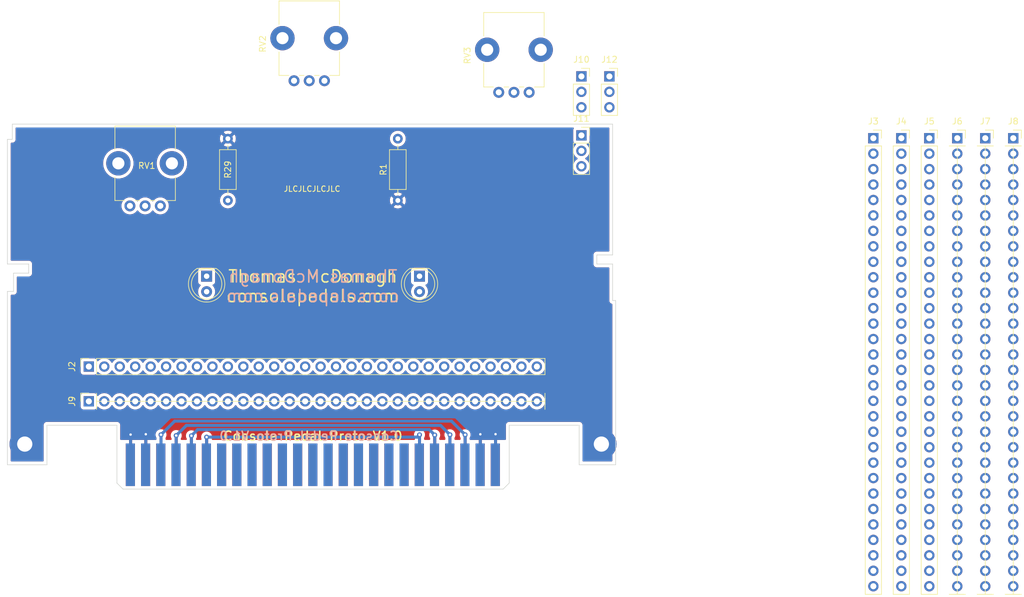
<source format=kicad_pcb>
(kicad_pcb (version 20171130) (host pcbnew "(5.1.7)-1")
  (layers (0 F.Cu signal) (31 B.Cu signal) (34 B.Paste user) (35 F.Paste user) (36 B.SilkS user) (37 F.SilkS user) (38 B.Mask user) (39 F.Mask user) (44 Edge.Cuts user))
  (net 0 "")
  (net 1 GND)
  (net 2 /LEDPower)
  (net 3 /Input)
  (net 4 /Output)
  (net 5 +9V)
  (net 6 "Net-(D3-Pad1)")
  (net 7 "Net-(J6-Pad1)")
  (net 8 "Net-(J7-Pad1)")
  (net 9 "Net-(J8-Pad1)")
  (net 10 "Net-(J9-Pad1)")
  (net 11 "Net-(D4-Pad1)")
  (net 12 "Net-(J10-Pad1)")
  (net 13 "Net-(J10-Pad2)")
  (net 14 "Net-(J10-Pad3)")
  (net 15 "Net-(J11-Pad3)")
  (net 16 "Net-(J11-Pad2)")
  (net 17 "Net-(J11-Pad1)")
  (net 18 "Net-(J12-Pad1)")
  (net 19 "Net-(J12-Pad2)")
  (net 20 "Net-(J12-Pad3)")
  (module LED_THT:LED_D5.0mm (layer F.Cu) (at 115.25 95 270)
    (fp_text reference D3 hide)
    (fp_text value LED)
    (pad 1 thru_hole rect (at 0 0 270) (size 1.8 1.8) (drill 0.9) (layers *.Cu *.Mask) (net 6 "Net-(D3-Pad1)"))
    (pad 2 thru_hole circle (at 2.54 0 270) (size 1.8 1.8) (drill 0.9) (layers *.Cu *.Mask) (net 2 /LEDPower))
  )
  (module LED_THT:LED_D5.0mm (layer F.Cu) (at 150.25 95 270)
    (fp_text reference D4 hide)
    (fp_text value LED)
    (pad 2 thru_hole circle (at 2.54 0 270) (size 1.8 1.8) (drill 0.9) (layers *.Cu *.Mask) (net 2 /LEDPower))
    (pad 1 thru_hole rect (at 0 0 270) (size 1.8 1.8) (drill 0.9) (layers *.Cu *.Mask) (net 11 "Net-(D4-Pad1)"))
  )
  (module libraries:N64-Connector (layer F.Cu) (at 132.715 126)
    (fp_text reference J1 hide)
    (fp_text value Conn_02x25_Counter_Clockwise)
    (pad 1 connect rect (at -30 0) (size 1.5 7) (layers F.Cu F.Mask) (net 1 GND))
    (pad 2 connect rect (at -27.5 0) (size 1.5 7) (layers F.Cu F.Mask) (net 1 GND))
    (pad 3 connect rect (at -25 0) (size 1.5 7) (layers F.Cu F.Mask) (net 3 /Input))
    (pad 4 connect rect (at -22.5 0) (size 1.5 7) (layers F.Cu F.Mask) (net 4 /Output))
    (pad 5 connect rect (at -20 0) (size 1.5 7) (layers F.Cu F.Mask) (net 5 +9V))
    (pad 6 connect rect (at -17.5 0) (size 1.5 7) (layers F.Cu F.Mask) (net 2 /LEDPower))
    (pad 7 connect rect (at -15 0) (size 1.5 7) (layers F.Cu F.Mask))
    (pad 8 connect rect (at -12.5 0) (size 1.5 7) (layers F.Cu F.Mask))
    (pad 9 connect rect (at -10 0) (size 1.5 7) (layers F.Cu F.Mask))
    (pad 10 connect rect (at -7.5 0) (size 1.5 7) (layers F.Cu F.Mask))
    (pad 11 connect rect (at -5 0) (size 1.5 7) (layers F.Cu F.Mask))
    (pad 12 connect rect (at -2.5 0) (size 1.5 7) (layers F.Cu F.Mask))
    (pad 13 connect rect (at 0 0) (size 1.5 7) (layers F.Cu F.Mask))
    (pad 14 connect rect (at 2.5 0) (size 1.5 7) (layers F.Cu F.Mask))
    (pad 15 connect rect (at 5 0) (size 1.5 7) (layers F.Cu F.Mask))
    (pad 16 connect rect (at 7.5 0) (size 1.5 7) (layers F.Cu F.Mask))
    (pad 17 connect rect (at 10 0) (size 1.5 7) (layers F.Cu F.Mask))
    (pad 18 connect rect (at 12.5 0) (size 1.5 7) (layers F.Cu F.Mask))
    (pad 19 connect rect (at 15 0) (size 1.5 7) (layers F.Cu F.Mask))
    (pad 20 connect rect (at 17.5 0) (size 1.5 7) (layers F.Cu F.Mask) (net 2 /LEDPower))
    (pad 21 connect rect (at 20 0) (size 1.5 7) (layers F.Cu F.Mask) (net 5 +9V))
    (pad 22 connect rect (at 22.5 0) (size 1.5 7) (layers F.Cu F.Mask) (net 4 /Output))
    (pad 23 connect rect (at 25 0) (size 1.5 7) (layers F.Cu F.Mask) (net 3 /Input))
    (pad 24 connect rect (at 27.5 0) (size 1.5 7) (layers F.Cu F.Mask) (net 1 GND))
    (pad 25 connect rect (at 30 0) (size 1.5 7) (layers F.Cu F.Mask) (net 1 GND))
    (pad 26 connect rect (at -30 0) (size 1.5 7) (layers B.Cu B.Mask) (net 1 GND))
    (pad 27 connect rect (at -27.5 0) (size 1.5 7) (layers B.Cu B.Mask) (net 1 GND))
    (pad 28 connect rect (at -25 0) (size 1.5 7) (layers B.Cu B.Mask) (net 3 /Input))
    (pad 29 connect rect (at -22.5 0) (size 1.5 7) (layers B.Cu B.Mask) (net 4 /Output))
    (pad 30 connect rect (at -20 0) (size 1.5 7) (layers B.Cu B.Mask) (net 5 +9V))
    (pad 31 connect rect (at -17.5 0) (size 1.5 7) (layers B.Cu B.Mask) (net 2 /LEDPower))
    (pad 32 connect rect (at -15 0) (size 1.5 7) (layers B.Cu B.Mask))
    (pad 33 connect rect (at -12.5 0) (size 1.5 7) (layers B.Cu B.Mask))
    (pad 34 connect rect (at -10 0) (size 1.5 7) (layers B.Cu B.Mask))
    (pad 35 connect rect (at -7.5 0) (size 1.5 7) (layers B.Cu B.Mask))
    (pad 36 connect rect (at -5 0) (size 1.5 7) (layers B.Cu B.Mask))
    (pad 37 connect rect (at -2.5 0) (size 1.5 7) (layers B.Cu B.Mask))
    (pad 38 connect rect (at 0 0) (size 1.5 7) (layers B.Cu B.Mask))
    (pad 39 connect rect (at 2.5 0) (size 1.5 7) (layers B.Cu B.Mask))
    (pad 40 connect rect (at 5 0) (size 1.5 7) (layers B.Cu B.Mask))
    (pad 41 connect rect (at 7.5 0) (size 1.5 7) (layers B.Cu B.Mask))
    (pad 42 connect rect (at 10 0) (size 1.5 7) (layers B.Cu B.Mask))
    (pad 43 connect rect (at 12.5 0) (size 1.5 7) (layers B.Cu B.Mask))
    (pad 44 connect rect (at 15 0) (size 1.5 7) (layers B.Cu B.Mask))
    (pad 45 connect rect (at 17.5 0) (size 1.5 7) (layers B.Cu B.Mask) (net 2 /LEDPower))
    (pad 46 connect rect (at 20 0) (size 1.5 7) (layers B.Cu B.Mask) (net 5 +9V))
    (pad 47 connect rect (at 22.5 0) (size 1.5 7) (layers B.Cu B.Mask) (net 4 /Output))
    (pad 48 connect rect (at 25 0) (size 1.5 7) (layers B.Cu B.Mask) (net 3 /Input))
    (pad 49 connect rect (at 27.5 0) (size 1.5 7) (layers B.Cu B.Mask) (net 1 GND))
    (pad 50 connect rect (at 30 0) (size 1.5 7) (layers B.Cu B.Mask) (net 1 GND))
  )
  (module MountingHole:MountingHole_2.5mm_Pad (layer F.Cu) (at 85.35 122.6)
    (fp_text reference H1 hide)
    (fp_text value MountingHole_Pad)
    (pad 1 thru_hole circle (at 0 0) (size 5 5) (drill 2.5) (layers *.Cu *.Mask) (net 1 GND))
  )
  (module MountingHole:MountingHole_2.5mm_Pad (layer F.Cu) (at 180.15 122.6)
    (fp_text reference H2 hide)
    (fp_text value MountingHole_Pad)
    (pad 1 thru_hole circle (at 0 0) (size 5 5) (drill 2.5) (layers *.Cu *.Mask) (net 1 GND))
  )
  (module Resistor_THT:R_Axial_DIN0207_L6.3mm_D2.5mm_P10.16mm_Horizontal (layer F.Cu) (at 118.745 72.39 270)
    (fp_text reference R29 (at 5.08 0 90) (layer F.SilkS))
    (fp_text value LED)
    (pad 1 thru_hole circle (at 0 0 270) (size 1.6 1.6) (drill 0.8) (layers *.Cu *.Mask) (net 1 GND))
    (pad 2 thru_hole oval (at 10.16 0 270) (size 1.6 1.6) (drill 0.8) (layers *.Cu *.Mask) (net 11 "Net-(D4-Pad1)"))
  )
  (module Potentiometer_THT:Potentiometer_Bourns_PTV09A-1_Single_Vertical (layer F.Cu) (at 107.639 83.439 90)
    (fp_text reference RV1 (at 6.604 -2.229 180) (layer F.SilkS))
    (fp_text value "Pot A")
    (pad 3 thru_hole circle (at 0 -5 90) (size 1.8 1.8) (drill 1) (layers *.Cu *.Mask) (net 14 "Net-(J10-Pad3)"))
    (pad 2 thru_hole circle (at 0 -2.5 90) (size 1.8 1.8) (drill 1) (layers *.Cu *.Mask) (net 13 "Net-(J10-Pad2)"))
    (pad 1 thru_hole circle (at 0 0 90) (size 1.8 1.8) (drill 1) (layers *.Cu *.Mask) (net 12 "Net-(J10-Pad1)"))
    (pad "" np_thru_hole circle (at 7 -6.9 90) (size 4 4) (drill 2) (layers *.Cu *.Mask))
    (pad "" np_thru_hole circle (at 7 1.9 90) (size 4 4) (drill 2) (layers *.Cu *.Mask))
  )
  (module Connector_PinSocket_2.54mm:PinSocket_1x30_P2.54mm_Vertical (layer F.Cu) (at 95.885 109.855 90)
    (fp_text reference J2 (at 0 -2.77 90) (layer F.SilkS))
    (fp_text value Proto)
    (pad 1 thru_hole rect (at 0 0 90) (size 1.7 1.7) (drill 1) (layers *.Cu *.Mask))
    (pad 2 thru_hole oval (at 0 2.54 90) (size 1.7 1.7) (drill 1) (layers *.Cu *.Mask))
    (pad 3 thru_hole oval (at 0 5.08 90) (size 1.7 1.7) (drill 1) (layers *.Cu *.Mask))
    (pad 4 thru_hole oval (at 0 7.62 90) (size 1.7 1.7) (drill 1) (layers *.Cu *.Mask))
    (pad 5 thru_hole oval (at 0 10.16 90) (size 1.7 1.7) (drill 1) (layers *.Cu *.Mask))
    (pad 6 thru_hole oval (at 0 12.7 90) (size 1.7 1.7) (drill 1) (layers *.Cu *.Mask))
    (pad 7 thru_hole oval (at 0 15.24 90) (size 1.7 1.7) (drill 1) (layers *.Cu *.Mask))
    (pad 8 thru_hole oval (at 0 17.78 90) (size 1.7 1.7) (drill 1) (layers *.Cu *.Mask))
    (pad 9 thru_hole oval (at 0 20.32 90) (size 1.7 1.7) (drill 1) (layers *.Cu *.Mask))
    (pad 10 thru_hole oval (at 0 22.86 90) (size 1.7 1.7) (drill 1) (layers *.Cu *.Mask))
    (pad 11 thru_hole oval (at 0 25.4 90) (size 1.7 1.7) (drill 1) (layers *.Cu *.Mask))
    (pad 12 thru_hole oval (at 0 27.94 90) (size 1.7 1.7) (drill 1) (layers *.Cu *.Mask))
    (pad 13 thru_hole oval (at 0 30.48 90) (size 1.7 1.7) (drill 1) (layers *.Cu *.Mask))
    (pad 14 thru_hole oval (at 0 33.02 90) (size 1.7 1.7) (drill 1) (layers *.Cu *.Mask))
    (pad 15 thru_hole oval (at 0 35.56 90) (size 1.7 1.7) (drill 1) (layers *.Cu *.Mask))
    (pad 16 thru_hole oval (at 0 38.1 90) (size 1.7 1.7) (drill 1) (layers *.Cu *.Mask))
    (pad 17 thru_hole oval (at 0 40.64 90) (size 1.7 1.7) (drill 1) (layers *.Cu *.Mask))
    (pad 18 thru_hole oval (at 0 43.18 90) (size 1.7 1.7) (drill 1) (layers *.Cu *.Mask))
    (pad 19 thru_hole oval (at 0 45.72 90) (size 1.7 1.7) (drill 1) (layers *.Cu *.Mask))
    (pad 20 thru_hole oval (at 0 48.26 90) (size 1.7 1.7) (drill 1) (layers *.Cu *.Mask))
    (pad 21 thru_hole oval (at 0 50.8 90) (size 1.7 1.7) (drill 1) (layers *.Cu *.Mask))
    (pad 22 thru_hole oval (at 0 53.34 90) (size 1.7 1.7) (drill 1) (layers *.Cu *.Mask))
    (pad 23 thru_hole oval (at 0 55.88 90) (size 1.7 1.7) (drill 1) (layers *.Cu *.Mask))
    (pad 24 thru_hole oval (at 0 58.42 90) (size 1.7 1.7) (drill 1) (layers *.Cu *.Mask))
    (pad 25 thru_hole oval (at 0 60.96 90) (size 1.7 1.7) (drill 1) (layers *.Cu *.Mask))
    (pad 26 thru_hole oval (at 0 63.5 90) (size 1.7 1.7) (drill 1) (layers *.Cu *.Mask))
    (pad 27 thru_hole oval (at 0 66.04 90) (size 1.7 1.7) (drill 1) (layers *.Cu *.Mask))
    (pad 28 thru_hole oval (at 0 68.58 90) (size 1.7 1.7) (drill 1) (layers *.Cu *.Mask))
    (pad 29 thru_hole oval (at 0 71.12 90) (size 1.7 1.7) (drill 1) (layers *.Cu *.Mask))
    (pad 30 thru_hole oval (at 0 73.66 90) (size 1.7 1.7) (drill 1) (layers *.Cu *.Mask))
  )
  (module Connector_PinSocket_2.54mm:PinSocket_1x30_P2.54mm_Vertical (layer F.Cu) (at 224.865001 72.310001)
    (fp_text reference J3 (at 0 -2.77) (layer F.SilkS))
    (fp_text value Proto)
    (pad 30 thru_hole oval (at 0 73.66) (size 1.7 1.7) (drill 1) (layers *.Cu *.Mask))
    (pad 29 thru_hole oval (at 0 71.12) (size 1.7 1.7) (drill 1) (layers *.Cu *.Mask))
    (pad 28 thru_hole oval (at 0 68.58) (size 1.7 1.7) (drill 1) (layers *.Cu *.Mask))
    (pad 27 thru_hole oval (at 0 66.04) (size 1.7 1.7) (drill 1) (layers *.Cu *.Mask))
    (pad 26 thru_hole oval (at 0 63.5) (size 1.7 1.7) (drill 1) (layers *.Cu *.Mask))
    (pad 25 thru_hole oval (at 0 60.96) (size 1.7 1.7) (drill 1) (layers *.Cu *.Mask))
    (pad 24 thru_hole oval (at 0 58.42) (size 1.7 1.7) (drill 1) (layers *.Cu *.Mask))
    (pad 23 thru_hole oval (at 0 55.88) (size 1.7 1.7) (drill 1) (layers *.Cu *.Mask))
    (pad 22 thru_hole oval (at 0 53.34) (size 1.7 1.7) (drill 1) (layers *.Cu *.Mask))
    (pad 21 thru_hole oval (at 0 50.8) (size 1.7 1.7) (drill 1) (layers *.Cu *.Mask))
    (pad 20 thru_hole oval (at 0 48.26) (size 1.7 1.7) (drill 1) (layers *.Cu *.Mask))
    (pad 19 thru_hole oval (at 0 45.72) (size 1.7 1.7) (drill 1) (layers *.Cu *.Mask))
    (pad 18 thru_hole oval (at 0 43.18) (size 1.7 1.7) (drill 1) (layers *.Cu *.Mask))
    (pad 17 thru_hole oval (at 0 40.64) (size 1.7 1.7) (drill 1) (layers *.Cu *.Mask))
    (pad 16 thru_hole oval (at 0 38.1) (size 1.7 1.7) (drill 1) (layers *.Cu *.Mask))
    (pad 15 thru_hole oval (at 0 35.56) (size 1.7 1.7) (drill 1) (layers *.Cu *.Mask))
    (pad 14 thru_hole oval (at 0 33.02) (size 1.7 1.7) (drill 1) (layers *.Cu *.Mask))
    (pad 13 thru_hole oval (at 0 30.48) (size 1.7 1.7) (drill 1) (layers *.Cu *.Mask))
    (pad 12 thru_hole oval (at 0 27.94) (size 1.7 1.7) (drill 1) (layers *.Cu *.Mask))
    (pad 11 thru_hole oval (at 0 25.4) (size 1.7 1.7) (drill 1) (layers *.Cu *.Mask))
    (pad 10 thru_hole oval (at 0 22.86) (size 1.7 1.7) (drill 1) (layers *.Cu *.Mask))
    (pad 9 thru_hole oval (at 0 20.32) (size 1.7 1.7) (drill 1) (layers *.Cu *.Mask))
    (pad 8 thru_hole oval (at 0 17.78) (size 1.7 1.7) (drill 1) (layers *.Cu *.Mask))
    (pad 7 thru_hole oval (at 0 15.24) (size 1.7 1.7) (drill 1) (layers *.Cu *.Mask))
    (pad 6 thru_hole oval (at 0 12.7) (size 1.7 1.7) (drill 1) (layers *.Cu *.Mask))
    (pad 5 thru_hole oval (at 0 10.16) (size 1.7 1.7) (drill 1) (layers *.Cu *.Mask))
    (pad 4 thru_hole oval (at 0 7.62) (size 1.7 1.7) (drill 1) (layers *.Cu *.Mask))
    (pad 3 thru_hole oval (at 0 5.08) (size 1.7 1.7) (drill 1) (layers *.Cu *.Mask))
    (pad 2 thru_hole oval (at 0 2.54) (size 1.7 1.7) (drill 1) (layers *.Cu *.Mask))
    (pad 1 thru_hole rect (at 0 0) (size 1.7 1.7) (drill 1) (layers *.Cu *.Mask))
  )
  (module Connector_PinSocket_2.54mm:PinSocket_1x30_P2.54mm_Vertical (layer F.Cu) (at 229.465001 72.310001)
    (fp_text reference J4 (at 0 -2.77) (layer F.SilkS))
    (fp_text value Proto)
    (pad 1 thru_hole rect (at 0 0) (size 1.7 1.7) (drill 1) (layers *.Cu *.Mask))
    (pad 2 thru_hole oval (at 0 2.54) (size 1.7 1.7) (drill 1) (layers *.Cu *.Mask))
    (pad 3 thru_hole oval (at 0 5.08) (size 1.7 1.7) (drill 1) (layers *.Cu *.Mask))
    (pad 4 thru_hole oval (at 0 7.62) (size 1.7 1.7) (drill 1) (layers *.Cu *.Mask))
    (pad 5 thru_hole oval (at 0 10.16) (size 1.7 1.7) (drill 1) (layers *.Cu *.Mask))
    (pad 6 thru_hole oval (at 0 12.7) (size 1.7 1.7) (drill 1) (layers *.Cu *.Mask))
    (pad 7 thru_hole oval (at 0 15.24) (size 1.7 1.7) (drill 1) (layers *.Cu *.Mask))
    (pad 8 thru_hole oval (at 0 17.78) (size 1.7 1.7) (drill 1) (layers *.Cu *.Mask))
    (pad 9 thru_hole oval (at 0 20.32) (size 1.7 1.7) (drill 1) (layers *.Cu *.Mask))
    (pad 10 thru_hole oval (at 0 22.86) (size 1.7 1.7) (drill 1) (layers *.Cu *.Mask))
    (pad 11 thru_hole oval (at 0 25.4) (size 1.7 1.7) (drill 1) (layers *.Cu *.Mask))
    (pad 12 thru_hole oval (at 0 27.94) (size 1.7 1.7) (drill 1) (layers *.Cu *.Mask))
    (pad 13 thru_hole oval (at 0 30.48) (size 1.7 1.7) (drill 1) (layers *.Cu *.Mask))
    (pad 14 thru_hole oval (at 0 33.02) (size 1.7 1.7) (drill 1) (layers *.Cu *.Mask))
    (pad 15 thru_hole oval (at 0 35.56) (size 1.7 1.7) (drill 1) (layers *.Cu *.Mask))
    (pad 16 thru_hole oval (at 0 38.1) (size 1.7 1.7) (drill 1) (layers *.Cu *.Mask))
    (pad 17 thru_hole oval (at 0 40.64) (size 1.7 1.7) (drill 1) (layers *.Cu *.Mask))
    (pad 18 thru_hole oval (at 0 43.18) (size 1.7 1.7) (drill 1) (layers *.Cu *.Mask))
    (pad 19 thru_hole oval (at 0 45.72) (size 1.7 1.7) (drill 1) (layers *.Cu *.Mask))
    (pad 20 thru_hole oval (at 0 48.26) (size 1.7 1.7) (drill 1) (layers *.Cu *.Mask))
    (pad 21 thru_hole oval (at 0 50.8) (size 1.7 1.7) (drill 1) (layers *.Cu *.Mask))
    (pad 22 thru_hole oval (at 0 53.34) (size 1.7 1.7) (drill 1) (layers *.Cu *.Mask))
    (pad 23 thru_hole oval (at 0 55.88) (size 1.7 1.7) (drill 1) (layers *.Cu *.Mask))
    (pad 24 thru_hole oval (at 0 58.42) (size 1.7 1.7) (drill 1) (layers *.Cu *.Mask))
    (pad 25 thru_hole oval (at 0 60.96) (size 1.7 1.7) (drill 1) (layers *.Cu *.Mask))
    (pad 26 thru_hole oval (at 0 63.5) (size 1.7 1.7) (drill 1) (layers *.Cu *.Mask))
    (pad 27 thru_hole oval (at 0 66.04) (size 1.7 1.7) (drill 1) (layers *.Cu *.Mask))
    (pad 28 thru_hole oval (at 0 68.58) (size 1.7 1.7) (drill 1) (layers *.Cu *.Mask))
    (pad 29 thru_hole oval (at 0 71.12) (size 1.7 1.7) (drill 1) (layers *.Cu *.Mask))
    (pad 30 thru_hole oval (at 0 73.66) (size 1.7 1.7) (drill 1) (layers *.Cu *.Mask))
  )
  (module Connector_PinSocket_2.54mm:PinSocket_1x30_P2.54mm_Vertical (layer F.Cu) (at 234.065001 72.310001)
    (fp_text reference J5 (at 0 -2.77) (layer F.SilkS))
    (fp_text value Proto)
    (pad 30 thru_hole oval (at 0 73.66) (size 1.7 1.7) (drill 1) (layers *.Cu *.Mask))
    (pad 29 thru_hole oval (at 0 71.12) (size 1.7 1.7) (drill 1) (layers *.Cu *.Mask))
    (pad 28 thru_hole oval (at 0 68.58) (size 1.7 1.7) (drill 1) (layers *.Cu *.Mask))
    (pad 27 thru_hole oval (at 0 66.04) (size 1.7 1.7) (drill 1) (layers *.Cu *.Mask))
    (pad 26 thru_hole oval (at 0 63.5) (size 1.7 1.7) (drill 1) (layers *.Cu *.Mask))
    (pad 25 thru_hole oval (at 0 60.96) (size 1.7 1.7) (drill 1) (layers *.Cu *.Mask))
    (pad 24 thru_hole oval (at 0 58.42) (size 1.7 1.7) (drill 1) (layers *.Cu *.Mask))
    (pad 23 thru_hole oval (at 0 55.88) (size 1.7 1.7) (drill 1) (layers *.Cu *.Mask))
    (pad 22 thru_hole oval (at 0 53.34) (size 1.7 1.7) (drill 1) (layers *.Cu *.Mask))
    (pad 21 thru_hole oval (at 0 50.8) (size 1.7 1.7) (drill 1) (layers *.Cu *.Mask))
    (pad 20 thru_hole oval (at 0 48.26) (size 1.7 1.7) (drill 1) (layers *.Cu *.Mask))
    (pad 19 thru_hole oval (at 0 45.72) (size 1.7 1.7) (drill 1) (layers *.Cu *.Mask))
    (pad 18 thru_hole oval (at 0 43.18) (size 1.7 1.7) (drill 1) (layers *.Cu *.Mask))
    (pad 17 thru_hole oval (at 0 40.64) (size 1.7 1.7) (drill 1) (layers *.Cu *.Mask))
    (pad 16 thru_hole oval (at 0 38.1) (size 1.7 1.7) (drill 1) (layers *.Cu *.Mask))
    (pad 15 thru_hole oval (at 0 35.56) (size 1.7 1.7) (drill 1) (layers *.Cu *.Mask))
    (pad 14 thru_hole oval (at 0 33.02) (size 1.7 1.7) (drill 1) (layers *.Cu *.Mask))
    (pad 13 thru_hole oval (at 0 30.48) (size 1.7 1.7) (drill 1) (layers *.Cu *.Mask))
    (pad 12 thru_hole oval (at 0 27.94) (size 1.7 1.7) (drill 1) (layers *.Cu *.Mask))
    (pad 11 thru_hole oval (at 0 25.4) (size 1.7 1.7) (drill 1) (layers *.Cu *.Mask))
    (pad 10 thru_hole oval (at 0 22.86) (size 1.7 1.7) (drill 1) (layers *.Cu *.Mask))
    (pad 9 thru_hole oval (at 0 20.32) (size 1.7 1.7) (drill 1) (layers *.Cu *.Mask))
    (pad 8 thru_hole oval (at 0 17.78) (size 1.7 1.7) (drill 1) (layers *.Cu *.Mask))
    (pad 7 thru_hole oval (at 0 15.24) (size 1.7 1.7) (drill 1) (layers *.Cu *.Mask))
    (pad 6 thru_hole oval (at 0 12.7) (size 1.7 1.7) (drill 1) (layers *.Cu *.Mask))
    (pad 5 thru_hole oval (at 0 10.16) (size 1.7 1.7) (drill 1) (layers *.Cu *.Mask))
    (pad 4 thru_hole oval (at 0 7.62) (size 1.7 1.7) (drill 1) (layers *.Cu *.Mask))
    (pad 3 thru_hole oval (at 0 5.08) (size 1.7 1.7) (drill 1) (layers *.Cu *.Mask))
    (pad 2 thru_hole oval (at 0 2.54) (size 1.7 1.7) (drill 1) (layers *.Cu *.Mask))
    (pad 1 thru_hole rect (at 0 0) (size 1.7 1.7) (drill 1) (layers *.Cu *.Mask))
  )
  (module Resistor_THT:R_Axial_DIN0207_L6.3mm_D2.5mm_P10.16mm_Horizontal (layer F.Cu) (at 146.685 82.55 90)
    (fp_text reference R1 (at 5.08 -2.37 90) (layer F.SilkS))
    (fp_text value LED)
    (pad 1 thru_hole circle (at 0 0 90) (size 1.6 1.6) (drill 0.8) (layers *.Cu *.Mask) (net 1 GND))
    (pad 2 thru_hole oval (at 10.16 0 90) (size 1.6 1.6) (drill 0.8) (layers *.Cu *.Mask) (net 6 "Net-(D3-Pad1)"))
  )
  (module Connector_PinSocket_2.54mm:PinSocket_1x03_P2.54mm_Vertical (layer F.Cu) (at 176.870001 62.150001)
    (fp_text reference J10 (at 0 -2.77) (layer F.SilkS))
    (fp_text value "Conn A")
    (pad 1 thru_hole rect (at 0 0) (size 1.7 1.7) (drill 1) (layers *.Cu *.Mask) (net 12 "Net-(J10-Pad1)"))
    (pad 2 thru_hole oval (at 0 2.54) (size 1.7 1.7) (drill 1) (layers *.Cu *.Mask) (net 13 "Net-(J10-Pad2)"))
    (pad 3 thru_hole oval (at 0 5.08) (size 1.7 1.7) (drill 1) (layers *.Cu *.Mask) (net 14 "Net-(J10-Pad3)"))
  )
  (module Connector_PinSocket_2.54mm:PinSocket_1x03_P2.54mm_Vertical (layer F.Cu) (at 176.870001 71.850001)
    (fp_text reference J11 (at 0 -2.77) (layer F.SilkS))
    (fp_text value "Conn B")
    (pad 3 thru_hole oval (at 0 5.08) (size 1.7 1.7) (drill 1) (layers *.Cu *.Mask) (net 15 "Net-(J11-Pad3)"))
    (pad 2 thru_hole oval (at 0 2.54) (size 1.7 1.7) (drill 1) (layers *.Cu *.Mask) (net 16 "Net-(J11-Pad2)"))
    (pad 1 thru_hole rect (at 0 0) (size 1.7 1.7) (drill 1) (layers *.Cu *.Mask) (net 17 "Net-(J11-Pad1)"))
  )
  (module Connector_PinSocket_2.54mm:PinSocket_1x03_P2.54mm_Vertical (layer F.Cu) (at 181.470001 62.150001)
    (fp_text reference J12 (at 0 -2.77) (layer F.SilkS))
    (fp_text value "Conn C")
    (pad 1 thru_hole rect (at 0 0) (size 1.7 1.7) (drill 1) (layers *.Cu *.Mask) (net 18 "Net-(J12-Pad1)"))
    (pad 2 thru_hole oval (at 0 2.54) (size 1.7 1.7) (drill 1) (layers *.Cu *.Mask) (net 19 "Net-(J12-Pad2)"))
    (pad 3 thru_hole oval (at 0 5.08) (size 1.7 1.7) (drill 1) (layers *.Cu *.Mask) (net 20 "Net-(J12-Pad3)"))
  )
  (module Potentiometer_THT:Potentiometer_Bourns_PTV09A-1_Single_Vertical (layer F.Cu) (at 134.62 62.865 90)
    (fp_text reference RV2 (at 6.05 -10.15 90) (layer F.SilkS))
    (fp_text value "Pot B")
    (pad "" np_thru_hole circle (at 7 1.9 90) (size 4 4) (drill 2) (layers *.Cu *.Mask))
    (pad "" np_thru_hole circle (at 7 -6.9 90) (size 4 4) (drill 2) (layers *.Cu *.Mask))
    (pad 1 thru_hole circle (at 0 0 90) (size 1.8 1.8) (drill 1) (layers *.Cu *.Mask) (net 17 "Net-(J11-Pad1)"))
    (pad 2 thru_hole circle (at 0 -2.5 90) (size 1.8 1.8) (drill 1) (layers *.Cu *.Mask) (net 16 "Net-(J11-Pad2)"))
    (pad 3 thru_hole circle (at 0 -5 90) (size 1.8 1.8) (drill 1) (layers *.Cu *.Mask) (net 15 "Net-(J11-Pad3)"))
  )
  (module Potentiometer_THT:Potentiometer_Bourns_PTV09A-1_Single_Vertical (layer F.Cu) (at 168.275 64.77 90)
    (fp_text reference RV3 (at 6.05 -10.15 90) (layer F.SilkS))
    (fp_text value "Pot C")
    (pad 3 thru_hole circle (at 0 -5 90) (size 1.8 1.8) (drill 1) (layers *.Cu *.Mask) (net 20 "Net-(J12-Pad3)"))
    (pad 2 thru_hole circle (at 0 -2.5 90) (size 1.8 1.8) (drill 1) (layers *.Cu *.Mask) (net 19 "Net-(J12-Pad2)"))
    (pad 1 thru_hole circle (at 0 0 90) (size 1.8 1.8) (drill 1) (layers *.Cu *.Mask) (net 18 "Net-(J12-Pad1)"))
    (pad "" np_thru_hole circle (at 7 -6.9 90) (size 4 4) (drill 2) (layers *.Cu *.Mask))
    (pad "" np_thru_hole circle (at 7 1.9 90) (size 4 4) (drill 2) (layers *.Cu *.Mask))
  )
  (module libraries:Rail (layer F.Cu) (at 238.665001 72.310001)
    (fp_text reference J6 (at 0 -2.77) (layer F.SilkS))
    (fp_text value "Rail A")
    (pad 1 thru_hole rect (at 0 0) (size 1.7 1.7) (drill 1) (layers *.Cu *.Mask) (net 7 "Net-(J6-Pad1)"))
    (pad 2 thru_hole oval (at 0 2.54) (size 1.7 1.7) (drill 1) (layers *.Cu *.Mask) (net 7 "Net-(J6-Pad1)"))
    (pad 3 thru_hole oval (at 0 5.08) (size 1.7 1.7) (drill 1) (layers *.Cu *.Mask) (net 7 "Net-(J6-Pad1)"))
    (pad 4 thru_hole oval (at 0 7.62) (size 1.7 1.7) (drill 1) (layers *.Cu *.Mask) (net 7 "Net-(J6-Pad1)"))
    (pad 5 thru_hole oval (at 0 10.16) (size 1.7 1.7) (drill 1) (layers *.Cu *.Mask) (net 7 "Net-(J6-Pad1)"))
    (pad 6 thru_hole oval (at 0 12.7) (size 1.7 1.7) (drill 1) (layers *.Cu *.Mask) (net 7 "Net-(J6-Pad1)"))
    (pad 7 thru_hole oval (at 0 15.24) (size 1.7 1.7) (drill 1) (layers *.Cu *.Mask) (net 7 "Net-(J6-Pad1)"))
    (pad 8 thru_hole oval (at 0 17.78) (size 1.7 1.7) (drill 1) (layers *.Cu *.Mask) (net 7 "Net-(J6-Pad1)"))
    (pad 9 thru_hole oval (at 0 20.32) (size 1.7 1.7) (drill 1) (layers *.Cu *.Mask) (net 7 "Net-(J6-Pad1)"))
    (pad 10 thru_hole oval (at 0 22.86) (size 1.7 1.7) (drill 1) (layers *.Cu *.Mask) (net 7 "Net-(J6-Pad1)"))
    (pad 11 thru_hole oval (at 0 25.4) (size 1.7 1.7) (drill 1) (layers *.Cu *.Mask) (net 7 "Net-(J6-Pad1)"))
    (pad 12 thru_hole oval (at 0 27.94) (size 1.7 1.7) (drill 1) (layers *.Cu *.Mask) (net 7 "Net-(J6-Pad1)"))
    (pad 13 thru_hole oval (at 0 30.48) (size 1.7 1.7) (drill 1) (layers *.Cu *.Mask) (net 7 "Net-(J6-Pad1)"))
    (pad 14 thru_hole oval (at 0 33.02) (size 1.7 1.7) (drill 1) (layers *.Cu *.Mask) (net 7 "Net-(J6-Pad1)"))
    (pad 15 thru_hole oval (at 0 35.56) (size 1.7 1.7) (drill 1) (layers *.Cu *.Mask) (net 7 "Net-(J6-Pad1)"))
    (pad 16 thru_hole oval (at 0 38.1) (size 1.7 1.7) (drill 1) (layers *.Cu *.Mask) (net 7 "Net-(J6-Pad1)"))
    (pad 17 thru_hole oval (at 0 40.64) (size 1.7 1.7) (drill 1) (layers *.Cu *.Mask) (net 7 "Net-(J6-Pad1)"))
    (pad 18 thru_hole oval (at 0 43.18) (size 1.7 1.7) (drill 1) (layers *.Cu *.Mask) (net 7 "Net-(J6-Pad1)"))
    (pad 19 thru_hole oval (at 0 45.72) (size 1.7 1.7) (drill 1) (layers *.Cu *.Mask) (net 7 "Net-(J6-Pad1)"))
    (pad 20 thru_hole oval (at 0 48.26) (size 1.7 1.7) (drill 1) (layers *.Cu *.Mask) (net 7 "Net-(J6-Pad1)"))
    (pad 21 thru_hole oval (at 0 50.8) (size 1.7 1.7) (drill 1) (layers *.Cu *.Mask) (net 7 "Net-(J6-Pad1)"))
    (pad 22 thru_hole oval (at 0 53.34) (size 1.7 1.7) (drill 1) (layers *.Cu *.Mask) (net 7 "Net-(J6-Pad1)"))
    (pad 23 thru_hole oval (at 0 55.88) (size 1.7 1.7) (drill 1) (layers *.Cu *.Mask) (net 7 "Net-(J6-Pad1)"))
    (pad 24 thru_hole oval (at 0 58.42) (size 1.7 1.7) (drill 1) (layers *.Cu *.Mask) (net 7 "Net-(J6-Pad1)"))
    (pad 25 thru_hole oval (at 0 60.96) (size 1.7 1.7) (drill 1) (layers *.Cu *.Mask) (net 7 "Net-(J6-Pad1)"))
    (pad 26 thru_hole oval (at 0 63.5) (size 1.7 1.7) (drill 1) (layers *.Cu *.Mask) (net 7 "Net-(J6-Pad1)"))
    (pad 27 thru_hole oval (at 0 66.04) (size 1.7 1.7) (drill 1) (layers *.Cu *.Mask) (net 7 "Net-(J6-Pad1)"))
    (pad 28 thru_hole oval (at 0 68.58) (size 1.7 1.7) (drill 1) (layers *.Cu *.Mask) (net 7 "Net-(J6-Pad1)"))
    (pad 29 thru_hole oval (at 0 71.12) (size 1.7 1.7) (drill 1) (layers *.Cu *.Mask) (net 7 "Net-(J6-Pad1)"))
    (pad 30 thru_hole oval (at 0 73.66) (size 1.7 1.7) (drill 1) (layers *.Cu *.Mask) (net 7 "Net-(J6-Pad1)"))
  )
  (module libraries:Rail (layer F.Cu) (at 243.265001 72.310001)
    (fp_text reference J7 (at 0 -2.77) (layer F.SilkS))
    (fp_text value "Rail B")
    (pad 30 thru_hole oval (at 0 73.66) (size 1.7 1.7) (drill 1) (layers *.Cu *.Mask) (net 8 "Net-(J7-Pad1)"))
    (pad 29 thru_hole oval (at 0 71.12) (size 1.7 1.7) (drill 1) (layers *.Cu *.Mask) (net 8 "Net-(J7-Pad1)"))
    (pad 28 thru_hole oval (at 0 68.58) (size 1.7 1.7) (drill 1) (layers *.Cu *.Mask) (net 8 "Net-(J7-Pad1)"))
    (pad 27 thru_hole oval (at 0 66.04) (size 1.7 1.7) (drill 1) (layers *.Cu *.Mask) (net 8 "Net-(J7-Pad1)"))
    (pad 26 thru_hole oval (at 0 63.5) (size 1.7 1.7) (drill 1) (layers *.Cu *.Mask) (net 8 "Net-(J7-Pad1)"))
    (pad 25 thru_hole oval (at 0 60.96) (size 1.7 1.7) (drill 1) (layers *.Cu *.Mask) (net 8 "Net-(J7-Pad1)"))
    (pad 24 thru_hole oval (at 0 58.42) (size 1.7 1.7) (drill 1) (layers *.Cu *.Mask) (net 8 "Net-(J7-Pad1)"))
    (pad 23 thru_hole oval (at 0 55.88) (size 1.7 1.7) (drill 1) (layers *.Cu *.Mask) (net 8 "Net-(J7-Pad1)"))
    (pad 22 thru_hole oval (at 0 53.34) (size 1.7 1.7) (drill 1) (layers *.Cu *.Mask) (net 8 "Net-(J7-Pad1)"))
    (pad 21 thru_hole oval (at 0 50.8) (size 1.7 1.7) (drill 1) (layers *.Cu *.Mask) (net 8 "Net-(J7-Pad1)"))
    (pad 20 thru_hole oval (at 0 48.26) (size 1.7 1.7) (drill 1) (layers *.Cu *.Mask) (net 8 "Net-(J7-Pad1)"))
    (pad 19 thru_hole oval (at 0 45.72) (size 1.7 1.7) (drill 1) (layers *.Cu *.Mask) (net 8 "Net-(J7-Pad1)"))
    (pad 18 thru_hole oval (at 0 43.18) (size 1.7 1.7) (drill 1) (layers *.Cu *.Mask) (net 8 "Net-(J7-Pad1)"))
    (pad 17 thru_hole oval (at 0 40.64) (size 1.7 1.7) (drill 1) (layers *.Cu *.Mask) (net 8 "Net-(J7-Pad1)"))
    (pad 16 thru_hole oval (at 0 38.1) (size 1.7 1.7) (drill 1) (layers *.Cu *.Mask) (net 8 "Net-(J7-Pad1)"))
    (pad 15 thru_hole oval (at 0 35.56) (size 1.7 1.7) (drill 1) (layers *.Cu *.Mask) (net 8 "Net-(J7-Pad1)"))
    (pad 14 thru_hole oval (at 0 33.02) (size 1.7 1.7) (drill 1) (layers *.Cu *.Mask) (net 8 "Net-(J7-Pad1)"))
    (pad 13 thru_hole oval (at 0 30.48) (size 1.7 1.7) (drill 1) (layers *.Cu *.Mask) (net 8 "Net-(J7-Pad1)"))
    (pad 12 thru_hole oval (at 0 27.94) (size 1.7 1.7) (drill 1) (layers *.Cu *.Mask) (net 8 "Net-(J7-Pad1)"))
    (pad 11 thru_hole oval (at 0 25.4) (size 1.7 1.7) (drill 1) (layers *.Cu *.Mask) (net 8 "Net-(J7-Pad1)"))
    (pad 10 thru_hole oval (at 0 22.86) (size 1.7 1.7) (drill 1) (layers *.Cu *.Mask) (net 8 "Net-(J7-Pad1)"))
    (pad 9 thru_hole oval (at 0 20.32) (size 1.7 1.7) (drill 1) (layers *.Cu *.Mask) (net 8 "Net-(J7-Pad1)"))
    (pad 8 thru_hole oval (at 0 17.78) (size 1.7 1.7) (drill 1) (layers *.Cu *.Mask) (net 8 "Net-(J7-Pad1)"))
    (pad 7 thru_hole oval (at 0 15.24) (size 1.7 1.7) (drill 1) (layers *.Cu *.Mask) (net 8 "Net-(J7-Pad1)"))
    (pad 6 thru_hole oval (at 0 12.7) (size 1.7 1.7) (drill 1) (layers *.Cu *.Mask) (net 8 "Net-(J7-Pad1)"))
    (pad 5 thru_hole oval (at 0 10.16) (size 1.7 1.7) (drill 1) (layers *.Cu *.Mask) (net 8 "Net-(J7-Pad1)"))
    (pad 4 thru_hole oval (at 0 7.62) (size 1.7 1.7) (drill 1) (layers *.Cu *.Mask) (net 8 "Net-(J7-Pad1)"))
    (pad 3 thru_hole oval (at 0 5.08) (size 1.7 1.7) (drill 1) (layers *.Cu *.Mask) (net 8 "Net-(J7-Pad1)"))
    (pad 2 thru_hole oval (at 0 2.54) (size 1.7 1.7) (drill 1) (layers *.Cu *.Mask) (net 8 "Net-(J7-Pad1)"))
    (pad 1 thru_hole rect (at 0 0) (size 1.7 1.7) (drill 1) (layers *.Cu *.Mask) (net 8 "Net-(J7-Pad1)"))
  )
  (module libraries:Rail (layer F.Cu) (at 247.865001 72.310001)
    (fp_text reference J8 (at 0 -2.77) (layer F.SilkS))
    (fp_text value "Rail C")
    (pad 1 thru_hole rect (at 0 0) (size 1.7 1.7) (drill 1) (layers *.Cu *.Mask) (net 9 "Net-(J8-Pad1)"))
    (pad 2 thru_hole oval (at 0 2.54) (size 1.7 1.7) (drill 1) (layers *.Cu *.Mask) (net 9 "Net-(J8-Pad1)"))
    (pad 3 thru_hole oval (at 0 5.08) (size 1.7 1.7) (drill 1) (layers *.Cu *.Mask) (net 9 "Net-(J8-Pad1)"))
    (pad 4 thru_hole oval (at 0 7.62) (size 1.7 1.7) (drill 1) (layers *.Cu *.Mask) (net 9 "Net-(J8-Pad1)"))
    (pad 5 thru_hole oval (at 0 10.16) (size 1.7 1.7) (drill 1) (layers *.Cu *.Mask) (net 9 "Net-(J8-Pad1)"))
    (pad 6 thru_hole oval (at 0 12.7) (size 1.7 1.7) (drill 1) (layers *.Cu *.Mask) (net 9 "Net-(J8-Pad1)"))
    (pad 7 thru_hole oval (at 0 15.24) (size 1.7 1.7) (drill 1) (layers *.Cu *.Mask) (net 9 "Net-(J8-Pad1)"))
    (pad 8 thru_hole oval (at 0 17.78) (size 1.7 1.7) (drill 1) (layers *.Cu *.Mask) (net 9 "Net-(J8-Pad1)"))
    (pad 9 thru_hole oval (at 0 20.32) (size 1.7 1.7) (drill 1) (layers *.Cu *.Mask) (net 9 "Net-(J8-Pad1)"))
    (pad 10 thru_hole oval (at 0 22.86) (size 1.7 1.7) (drill 1) (layers *.Cu *.Mask) (net 9 "Net-(J8-Pad1)"))
    (pad 11 thru_hole oval (at 0 25.4) (size 1.7 1.7) (drill 1) (layers *.Cu *.Mask) (net 9 "Net-(J8-Pad1)"))
    (pad 12 thru_hole oval (at 0 27.94) (size 1.7 1.7) (drill 1) (layers *.Cu *.Mask) (net 9 "Net-(J8-Pad1)"))
    (pad 13 thru_hole oval (at 0 30.48) (size 1.7 1.7) (drill 1) (layers *.Cu *.Mask) (net 9 "Net-(J8-Pad1)"))
    (pad 14 thru_hole oval (at 0 33.02) (size 1.7 1.7) (drill 1) (layers *.Cu *.Mask) (net 9 "Net-(J8-Pad1)"))
    (pad 15 thru_hole oval (at 0 35.56) (size 1.7 1.7) (drill 1) (layers *.Cu *.Mask) (net 9 "Net-(J8-Pad1)"))
    (pad 16 thru_hole oval (at 0 38.1) (size 1.7 1.7) (drill 1) (layers *.Cu *.Mask) (net 9 "Net-(J8-Pad1)"))
    (pad 17 thru_hole oval (at 0 40.64) (size 1.7 1.7) (drill 1) (layers *.Cu *.Mask) (net 9 "Net-(J8-Pad1)"))
    (pad 18 thru_hole oval (at 0 43.18) (size 1.7 1.7) (drill 1) (layers *.Cu *.Mask) (net 9 "Net-(J8-Pad1)"))
    (pad 19 thru_hole oval (at 0 45.72) (size 1.7 1.7) (drill 1) (layers *.Cu *.Mask) (net 9 "Net-(J8-Pad1)"))
    (pad 20 thru_hole oval (at 0 48.26) (size 1.7 1.7) (drill 1) (layers *.Cu *.Mask) (net 9 "Net-(J8-Pad1)"))
    (pad 21 thru_hole oval (at 0 50.8) (size 1.7 1.7) (drill 1) (layers *.Cu *.Mask) (net 9 "Net-(J8-Pad1)"))
    (pad 22 thru_hole oval (at 0 53.34) (size 1.7 1.7) (drill 1) (layers *.Cu *.Mask) (net 9 "Net-(J8-Pad1)"))
    (pad 23 thru_hole oval (at 0 55.88) (size 1.7 1.7) (drill 1) (layers *.Cu *.Mask) (net 9 "Net-(J8-Pad1)"))
    (pad 24 thru_hole oval (at 0 58.42) (size 1.7 1.7) (drill 1) (layers *.Cu *.Mask) (net 9 "Net-(J8-Pad1)"))
    (pad 25 thru_hole oval (at 0 60.96) (size 1.7 1.7) (drill 1) (layers *.Cu *.Mask) (net 9 "Net-(J8-Pad1)"))
    (pad 26 thru_hole oval (at 0 63.5) (size 1.7 1.7) (drill 1) (layers *.Cu *.Mask) (net 9 "Net-(J8-Pad1)"))
    (pad 27 thru_hole oval (at 0 66.04) (size 1.7 1.7) (drill 1) (layers *.Cu *.Mask) (net 9 "Net-(J8-Pad1)"))
    (pad 28 thru_hole oval (at 0 68.58) (size 1.7 1.7) (drill 1) (layers *.Cu *.Mask) (net 9 "Net-(J8-Pad1)"))
    (pad 29 thru_hole oval (at 0 71.12) (size 1.7 1.7) (drill 1) (layers *.Cu *.Mask) (net 9 "Net-(J8-Pad1)"))
    (pad 30 thru_hole oval (at 0 73.66) (size 1.7 1.7) (drill 1) (layers *.Cu *.Mask) (net 9 "Net-(J8-Pad1)"))
  )
  (module libraries:Rail (layer F.Cu) (at 95.885 115.57 90)
    (fp_text reference J9 (at 0 -2.77 90) (layer F.SilkS))
    (fp_text value "Rail D")
    (pad 30 thru_hole oval (at 0 73.66 90) (size 1.7 1.7) (drill 1) (layers *.Cu *.Mask) (net 10 "Net-(J9-Pad1)"))
    (pad 29 thru_hole oval (at 0 71.12 90) (size 1.7 1.7) (drill 1) (layers *.Cu *.Mask) (net 10 "Net-(J9-Pad1)"))
    (pad 28 thru_hole oval (at 0 68.58 90) (size 1.7 1.7) (drill 1) (layers *.Cu *.Mask) (net 10 "Net-(J9-Pad1)"))
    (pad 27 thru_hole oval (at 0 66.04 90) (size 1.7 1.7) (drill 1) (layers *.Cu *.Mask) (net 10 "Net-(J9-Pad1)"))
    (pad 26 thru_hole oval (at 0 63.5 90) (size 1.7 1.7) (drill 1) (layers *.Cu *.Mask) (net 10 "Net-(J9-Pad1)"))
    (pad 25 thru_hole oval (at 0 60.96 90) (size 1.7 1.7) (drill 1) (layers *.Cu *.Mask) (net 10 "Net-(J9-Pad1)"))
    (pad 24 thru_hole oval (at 0 58.42 90) (size 1.7 1.7) (drill 1) (layers *.Cu *.Mask) (net 10 "Net-(J9-Pad1)"))
    (pad 23 thru_hole oval (at 0 55.88 90) (size 1.7 1.7) (drill 1) (layers *.Cu *.Mask) (net 10 "Net-(J9-Pad1)"))
    (pad 22 thru_hole oval (at 0 53.34 90) (size 1.7 1.7) (drill 1) (layers *.Cu *.Mask) (net 10 "Net-(J9-Pad1)"))
    (pad 21 thru_hole oval (at 0 50.8 90) (size 1.7 1.7) (drill 1) (layers *.Cu *.Mask) (net 10 "Net-(J9-Pad1)"))
    (pad 20 thru_hole oval (at 0 48.26 90) (size 1.7 1.7) (drill 1) (layers *.Cu *.Mask) (net 10 "Net-(J9-Pad1)"))
    (pad 19 thru_hole oval (at 0 45.72 90) (size 1.7 1.7) (drill 1) (layers *.Cu *.Mask) (net 10 "Net-(J9-Pad1)"))
    (pad 18 thru_hole oval (at 0 43.18 90) (size 1.7 1.7) (drill 1) (layers *.Cu *.Mask) (net 10 "Net-(J9-Pad1)"))
    (pad 17 thru_hole oval (at 0 40.64 90) (size 1.7 1.7) (drill 1) (layers *.Cu *.Mask) (net 10 "Net-(J9-Pad1)"))
    (pad 16 thru_hole oval (at 0 38.1 90) (size 1.7 1.7) (drill 1) (layers *.Cu *.Mask) (net 10 "Net-(J9-Pad1)"))
    (pad 15 thru_hole oval (at 0 35.56 90) (size 1.7 1.7) (drill 1) (layers *.Cu *.Mask) (net 10 "Net-(J9-Pad1)"))
    (pad 14 thru_hole oval (at 0 33.02 90) (size 1.7 1.7) (drill 1) (layers *.Cu *.Mask) (net 10 "Net-(J9-Pad1)"))
    (pad 13 thru_hole oval (at 0 30.48 90) (size 1.7 1.7) (drill 1) (layers *.Cu *.Mask) (net 10 "Net-(J9-Pad1)"))
    (pad 12 thru_hole oval (at 0 27.94 90) (size 1.7 1.7) (drill 1) (layers *.Cu *.Mask) (net 10 "Net-(J9-Pad1)"))
    (pad 11 thru_hole oval (at 0 25.4 90) (size 1.7 1.7) (drill 1) (layers *.Cu *.Mask) (net 10 "Net-(J9-Pad1)"))
    (pad 10 thru_hole oval (at 0 22.86 90) (size 1.7 1.7) (drill 1) (layers *.Cu *.Mask) (net 10 "Net-(J9-Pad1)"))
    (pad 9 thru_hole oval (at 0 20.32 90) (size 1.7 1.7) (drill 1) (layers *.Cu *.Mask) (net 10 "Net-(J9-Pad1)"))
    (pad 8 thru_hole oval (at 0 17.78 90) (size 1.7 1.7) (drill 1) (layers *.Cu *.Mask) (net 10 "Net-(J9-Pad1)"))
    (pad 7 thru_hole oval (at 0 15.24 90) (size 1.7 1.7) (drill 1) (layers *.Cu *.Mask) (net 10 "Net-(J9-Pad1)"))
    (pad 6 thru_hole oval (at 0 12.7 90) (size 1.7 1.7) (drill 1) (layers *.Cu *.Mask) (net 10 "Net-(J9-Pad1)"))
    (pad 5 thru_hole oval (at 0 10.16 90) (size 1.7 1.7) (drill 1) (layers *.Cu *.Mask) (net 10 "Net-(J9-Pad1)"))
    (pad 4 thru_hole oval (at 0 7.62 90) (size 1.7 1.7) (drill 1) (layers *.Cu *.Mask) (net 10 "Net-(J9-Pad1)"))
    (pad 3 thru_hole oval (at 0 5.08 90) (size 1.7 1.7) (drill 1) (layers *.Cu *.Mask) (net 10 "Net-(J9-Pad1)"))
    (pad 2 thru_hole oval (at 0 2.54 90) (size 1.7 1.7) (drill 1) (layers *.Cu *.Mask) (net 10 "Net-(J9-Pad1)"))
    (pad 1 thru_hole rect (at 0 0 90) (size 1.7 1.7) (drill 1) (layers *.Cu *.Mask) (net 10 "Net-(J9-Pad1)"))
  )
  (gr_text JLCJLCJLCJLC (at 132.588 80.645) (layer F.SilkS) (effects (font (size 0.9 0.9))))
  (gr_line (start 182 70) (end 83.3 70) (layer Edge.Cuts) (width 0.1))
  (gr_line (start 182 70) (end 182 91.5) (layer Edge.Cuts) (width 0.1))
  (gr_line (start 182 91.5) (end 179.4 91.5) (layer Edge.Cuts) (width 0.1))
  (gr_line (start 179.4 93) (end 179.4 91.5) (layer Edge.Cuts) (width 0.1))
  (gr_line (start 182 93) (end 179.4 93) (layer Edge.Cuts) (width 0.1))
  (gr_line (start 83.3 72.5) (end 83.3 70) (layer Edge.Cuts) (width 0.1))
  (gr_line (start 82.5 72.5) (end 83.3 72.5) (layer Edge.Cuts) (width 0.1))
  (gr_line (start 82.5 93) (end 82.5 72.5) (layer Edge.Cuts) (width 0.1))
  (gr_line (start 86 93) (end 82.5 93) (layer Edge.Cuts) (width 0.1))
  (gr_text "Console Pedal Proto V1.0" (at 132.08 121.285) (layer B.SilkS) (effects (font (size 1.5 1.5) (thickness 0.25)) (justify mirror)))
  (gr_text "Console Pedal Proto V1.0" (at 132.715 121.285) (layer F.SilkS) (effects (font (size 1.5 1.5) (thickness 0.25))))
  (gr_text "Thomas McDonagh\nconsolepedals.com" (at 132.715 96.647) (layer B.SilkS) (effects (font (size 2 2) (thickness 0.25)) (justify mirror)))
  (gr_text "Thomas McDonagh\nconsolepedals.com" (at 132.715 96.647) (layer F.SilkS) (effects (font (size 2 2) (thickness 0.25))))
  (gr_line (start 182 93) (end 182 99) (layer Edge.Cuts) (width 0.1))
  (gr_line (start 182.5 99) (end 182 99) (layer Edge.Cuts) (width 0.1))
  (gr_line (start 182.5 126) (end 182.5 99) (layer Edge.Cuts) (width 0.1))
  (gr_line (start 182.5 126) (end 176.5 126) (layer Edge.Cuts) (width 0.1))
  (gr_line (start 176.5 119.5) (end 176.5 126) (layer Edge.Cuts) (width 0.1))
  (gr_line (start 176.5 119.5) (end 165 119.5) (layer Edge.Cuts) (width 0.1))
  (gr_line (start 165 129) (end 165 119.5) (layer Edge.Cuts) (width 0.1))
  (gr_line (start 165 129) (end 164 130) (layer Edge.Cuts) (width 0.1))
  (gr_line (start 86 94.5) (end 86 93) (layer Edge.Cuts) (width 0.1))
  (gr_line (start 83.5 94.5) (end 86 94.5) (layer Edge.Cuts) (width 0.1))
  (gr_line (start 83.5 97.5) (end 83.5 94.5) (layer Edge.Cuts) (width 0.1))
  (gr_line (start 82.5 97.5) (end 83.5 97.5) (layer Edge.Cuts) (width 0.1))
  (gr_line (start 82.5 126) (end 82.5 97.5) (layer Edge.Cuts) (width 0.1))
  (gr_line (start 89 126) (end 82.5 126) (layer Edge.Cuts) (width 0.1))
  (gr_line (start 89 119.5) (end 89 126) (layer Edge.Cuts) (width 0.1))
  (gr_line (start 100.5 119.5) (end 89 119.5) (layer Edge.Cuts) (width 0.1))
  (gr_line (start 100.5 129) (end 100.5 119.5) (layer Edge.Cuts) (width 0.1))
  (gr_line (start 100.5 129) (end 101.5 130) (layer Edge.Cuts) (width 0.1))
  (gr_line (start 164 130) (end 101.5 130) (layer Edge.Cuts) (width 0.1))
  (segment (start 105.25 126) (end 105.25 120.979) (width 0.5) (layer F.Cu) (net 1))
  (via (at 105.25 120.979) (size 0.8) (drill 0.4) (layers F.Cu B.Cu) (net 1))
  (segment (start 105.25 126) (end 105.25 120.979) (width 0.5) (layer B.Cu) (net 1))
  (segment (start 160.25 126) (end 160.25 120.988) (width 0.5) (layer F.Cu) (net 1))
  (via (at 160.25 120.988) (size 0.8) (drill 0.4) (layers F.Cu B.Cu) (net 1))
  (segment (start 160.25 126) (end 160.25 120.988) (width 0.5) (layer B.Cu) (net 1))
  (segment (start 157.384969 118.122969) (end 160.25 120.988) (width 0.5) (layer B.Cu) (net 1))
  (segment (start 108.106031 118.122969) (end 157.384969 118.122969) (width 0.5) (layer B.Cu) (net 1))
  (segment (start 105.25 120.979) (end 108.106031 118.122969) (width 0.5) (layer B.Cu) (net 1))
  (segment (start 102.75 126) (end 102.75 121.038) (width 0.5) (layer F.Cu) (net 1))
  (via (at 102.75 121.038) (size 0.8) (drill 0.4) (layers F.Cu B.Cu) (net 1))
  (segment (start 102.75 126) (end 102.75 121.038) (width 0.5) (layer B.Cu) (net 1))
  (segment (start 162.75 126) (end 162.75 120.967) (width 0.5) (layer F.Cu) (net 1))
  (via (at 162.75 120.967) (size 0.8) (drill 0.4) (layers F.Cu B.Cu) (net 1))
  (segment (start 162.75 120.967) (end 162.75 126) (width 0.5) (layer B.Cu) (net 1))
  (segment (start 162.729 120.988) (end 162.75 120.967) (width 0.5) (layer B.Cu) (net 1))
  (segment (start 160.25 120.988) (end 162.729 120.988) (width 0.5) (layer B.Cu) (net 1))
  (segment (start 105.191 121.038) (end 105.25 120.979) (width 0.5) (layer B.Cu) (net 1))
  (segment (start 102.75 121.038) (end 105.191 121.038) (width 0.5) (layer B.Cu) (net 1))
  (segment (start 115.25 126) (end 115.25 121.454) (width 0.5) (layer F.Cu) (net 2))
  (via (at 115.25 121.454) (size 0.8) (drill 0.4) (layers F.Cu B.Cu) (net 2))
  (segment (start 115.25 126) (end 115.25 121.454) (width 0.5) (layer B.Cu) (net 2))
  (segment (start 150.25 126) (end 150.25 121.073) (width 0.5) (layer F.Cu) (net 2))
  (via (at 150.25 121.073) (size 0.8) (drill 0.4) (layers F.Cu B.Cu) (net 2))
  (segment (start 150.25 121.073) (end 150.25 126) (width 0.5) (layer B.Cu) (net 2))
  (segment (start 149.869 121.454) (end 150.25 121.073) (width 0.5) (layer B.Cu) (net 2))
  (segment (start 115.25 121.454) (end 149.869 121.454) (width 0.5) (layer B.Cu) (net 2))
  (segment (start 107.75 126) (end 107.75 121.066) (width 0.5) (layer F.Cu) (net 3))
  (via (at 107.75 121.066) (size 0.8) (drill 0.4) (layers F.Cu B.Cu) (net 3))
  (segment (start 107.75 121.066) (end 107.75 126) (width 0.5) (layer B.Cu) (net 3))
  (segment (start 157.75 126) (end 157.75 121.066) (width 0.5) (layer F.Cu) (net 3))
  (via (at 157.75 121.066) (size 0.8) (drill 0.4) (layers F.Cu B.Cu) (net 3))
  (segment (start 157.75 121.066) (end 157.75 126) (width 0.5) (layer B.Cu) (net 3))
  (segment (start 155.506979 118.822979) (end 157.75 121.066) (width 0.5) (layer B.Cu) (net 3))
  (segment (start 109.993021 118.822979) (end 155.506979 118.822979) (width 0.5) (layer B.Cu) (net 3))
  (segment (start 107.75 121.066) (end 109.993021 118.822979) (width 0.5) (layer B.Cu) (net 3))
  (segment (start 157.734 121.05) (end 157.75 121.066) (width 0.5) (layer F.Cu) (net 3))
  (segment (start 110.25 126) (end 110.25 121.195) (width 0.5) (layer F.Cu) (net 4))
  (via (at 110.25 121.195) (size 0.8) (drill 0.4) (layers F.Cu B.Cu) (net 4))
  (segment (start 110.25 121.195) (end 110.25 126) (width 0.5) (layer B.Cu) (net 4))
  (segment (start 155.25 126) (end 155.25 121.068) (width 0.5) (layer F.Cu) (net 4))
  (via (at 155.25 121.068) (size 0.8) (drill 0.4) (layers F.Cu B.Cu) (net 4))
  (segment (start 155.25 121.068) (end 155.25 126) (width 0.5) (layer B.Cu) (net 4))
  (segment (start 153.704989 119.522989) (end 155.25 121.068) (width 0.5) (layer B.Cu) (net 4))
  (segment (start 111.922011 119.522989) (end 153.704989 119.522989) (width 0.5) (layer B.Cu) (net 4))
  (segment (start 110.25 121.195) (end 111.922011 119.522989) (width 0.5) (layer B.Cu) (net 4))
  (segment (start 112.75 126) (end 112.75 121.235) (width 0.5) (layer F.Cu) (net 5))
  (via (at 112.75 121.235) (size 0.8) (drill 0.4) (layers F.Cu B.Cu) (net 5))
  (segment (start 112.75 121.235) (end 112.75 126) (width 0.5) (layer B.Cu) (net 5))
  (segment (start 152.75 126) (end 152.75 121.108) (width 0.5) (layer F.Cu) (net 5))
  (via (at 152.75 121.108) (size 0.8) (drill 0.4) (layers F.Cu B.Cu) (net 5))
  (segment (start 152.75 121.108) (end 152.75 126) (width 0.5) (layer B.Cu) (net 5))
  (segment (start 151.864999 120.222999) (end 152.75 121.108) (width 0.5) (layer B.Cu) (net 5))
  (segment (start 113.762001 120.222999) (end 151.864999 120.222999) (width 0.5) (layer B.Cu) (net 5))
  (segment (start 112.75 121.235) (end 113.762001 120.222999) (width 0.5) (layer B.Cu) (net 5))
  (zone (net 1) (net_name GND) (layer B.Cu) (connect_pads (clearance 0.5)) (min_thickness 0.254) (fill yes (arc_segments 32) (thermal_gap 0.508) (thermal_bridge_width 0.508))
    (polygon (pts (xy 184.15 127) (xy 175.26 127) (xy 175.26 120.65) (xy 166.37 120.65) (xy 166.37 121.92) (xy 99.06 121.92) (xy 99.06 120.65) (xy 90.17 120.65) (xy 90.17 127) (xy 81.28 127) (xy 81.28 68.58) (xy 184.15 68.58)))
  )
  (zone (net 1) (net_name GND) (layer F.Cu) (connect_pads (clearance 0.5)) (min_thickness 0.254) (fill yes (arc_segments 32) (thermal_gap 0.508) (thermal_bridge_width 0.508))
    (polygon (pts (xy 184.15 127) (xy 175.26 127) (xy 175.26 120.65) (xy 166.37 120.65) (xy 166.37 121.92) (xy 99.06 121.92) (xy 99.06 120.65) (xy 90.17 120.65) (xy 90.17 127) (xy 81.28 127) (xy 81.28 68.58) (xy 184.15 68.58)))
  )
)
</source>
